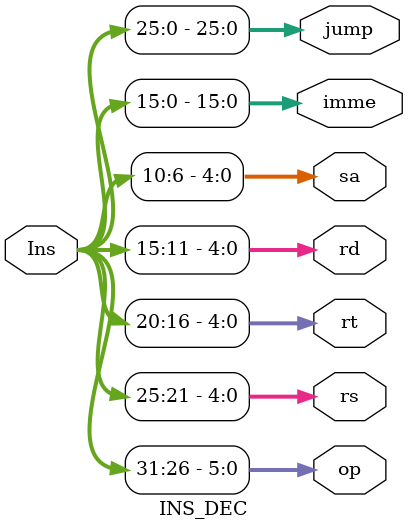
<source format=v>
`timescale 1ns / 1ps


module INS_DEC(
  input [31:0] Ins,
  output [5:0] op,
  output [4:0] rs,
  output [4:0] rt,
  output [4:0] rd,
  output [4:0] sa,
  output [15:0] imme,
  output [25:0] jump
  );

  assign op = Ins[31:26];
  assign rs = Ins[25:21];
  assign rt = Ins[20:16];
  assign rd = Ins[15:11];
  assign sa = Ins[10: 6];
  assign imme = Ins[15:0];
  assign jump = Ins[25:0];


endmodule

</source>
